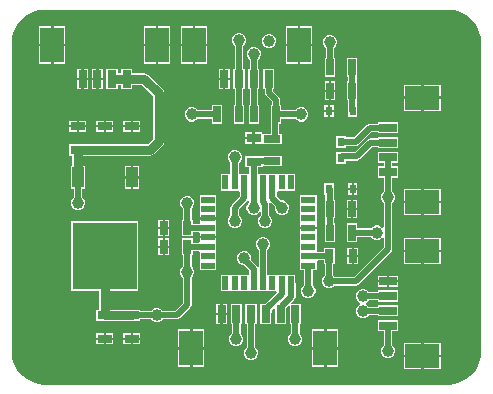
<source format=gbr>
%TF.GenerationSoftware,Altium Limited,Altium Designer,23.11.1 (41)*%
G04 Layer_Physical_Order=1*
G04 Layer_Color=255*
%FSLAX45Y45*%
%MOMM*%
%TF.SameCoordinates,EE14C10C-1293-43E7-8F5D-FAE76E51A431*%
%TF.FilePolarity,Positive*%
%TF.FileFunction,Copper,L1,Top,Signal*%
%TF.Part,Single*%
G01*
G75*
%TA.AperFunction,SMDPad,CuDef*%
%ADD10R,0.50000X1.20000*%
%ADD11R,1.20000X0.50000*%
%ADD12R,1.00000X1.75000*%
%ADD13R,5.50000X5.70000*%
%ADD14R,0.60000X0.80000*%
%ADD15R,0.70000X1.40000*%
%ADD16R,2.00000X3.00000*%
%ADD17R,0.75000X1.50000*%
%ADD18R,3.00000X2.00000*%
%ADD19R,1.50000X0.75000*%
%ADD20R,1.20000X0.75000*%
%ADD21R,0.75000X1.20000*%
%ADD22R,1.40000X0.70000*%
%TA.AperFunction,Conductor*%
%ADD23C,0.50000*%
%ADD24C,0.75000*%
%TA.AperFunction,ViaPad*%
%ADD25C,5.00000*%
%ADD26C,1.00000*%
G36*
X11656158Y11282335D02*
X11692532Y11272589D01*
X11727321Y11258178D01*
X11759929Y11239352D01*
X11789803Y11216429D01*
X11816429Y11189803D01*
X11839352Y11159930D01*
X11858179Y11127319D01*
X11872589Y11092531D01*
X11882335Y11056159D01*
X11887250Y11018828D01*
Y11000000D01*
Y8400000D01*
Y8381172D01*
X11882335Y8343842D01*
X11872589Y8307468D01*
X11858178Y8272679D01*
X11839352Y8240070D01*
X11816429Y8210197D01*
X11789803Y8183571D01*
X11759929Y8160648D01*
X11727319Y8141821D01*
X11692531Y8127411D01*
X11656159Y8117665D01*
X11618828Y8112750D01*
X8181172D01*
X8143840Y8117665D01*
X8107468Y8127411D01*
X8072679Y8141821D01*
X8040070Y8160648D01*
X8010197Y8183571D01*
X7983571Y8210197D01*
X7960648Y8240070D01*
X7941821Y8272680D01*
X7927411Y8307469D01*
X7917665Y8343841D01*
X7912750Y8381172D01*
Y8406800D01*
X7912750Y11000075D01*
X7912755Y11018900D01*
X7917678Y11056224D01*
X7927430Y11092588D01*
X7941844Y11127367D01*
X7960675Y11159969D01*
X7983597Y11189833D01*
X8010224Y11216452D01*
X8040094Y11239367D01*
X8072701Y11258189D01*
X8107483Y11272594D01*
X8143849Y11282336D01*
X8181176Y11287250D01*
X11618828D01*
X11656158Y11282335D01*
D02*
G37*
%LPC*%
G36*
X8367500Y11150000D02*
X8267501D01*
Y11000000D01*
X8367500D01*
Y11150000D01*
D02*
G37*
G36*
X9252500D02*
X9152501D01*
Y11000000D01*
X9252500D01*
Y11150000D01*
D02*
G37*
G36*
X10452500D02*
X10352500D01*
Y11000000D01*
X10452500D01*
Y11150000D01*
D02*
G37*
G36*
X9567500D02*
X9467500D01*
Y11000000D01*
X9567500D01*
Y11150000D01*
D02*
G37*
G36*
X10332500D02*
X10232500D01*
Y11000000D01*
X10332500D01*
Y11150000D01*
D02*
G37*
G36*
X9447500D02*
X9347500D01*
Y11000000D01*
X9447500D01*
Y11150000D01*
D02*
G37*
G36*
X8247501D02*
X8147500D01*
Y11000000D01*
X8247501D01*
Y11150000D01*
D02*
G37*
G36*
X9132501D02*
X9032500D01*
Y11000000D01*
X9132501D01*
Y11150000D01*
D02*
G37*
G36*
X10102768Y11084168D02*
X10078898D01*
X10056846Y11075033D01*
X10039967Y11058155D01*
X10030833Y11036102D01*
Y11012233D01*
X10039967Y10990180D01*
X10056846Y10973302D01*
X10078898Y10964168D01*
X10102768D01*
X10124820Y10973302D01*
X10141699Y10990180D01*
X10150833Y11012233D01*
Y11036102D01*
X10141699Y11058155D01*
X10124820Y11075033D01*
X10102768Y11084168D01*
D02*
G37*
G36*
X10452500Y10980000D02*
X10352500D01*
Y10830000D01*
X10452500D01*
Y10980000D01*
D02*
G37*
G36*
X10332500D02*
X10232500D01*
Y10830000D01*
X10332500D01*
Y10980000D01*
D02*
G37*
G36*
X9567500D02*
X9467500D01*
Y10830000D01*
X9567500D01*
Y10980000D01*
D02*
G37*
G36*
X9447500D02*
X9347500D01*
Y10830000D01*
X9447500D01*
Y10980000D01*
D02*
G37*
G36*
X9252500D02*
X9152501D01*
Y10830000D01*
X9252500D01*
Y10980000D01*
D02*
G37*
G36*
X9132501D02*
X9032500D01*
Y10830000D01*
X9132501D01*
Y10980000D01*
D02*
G37*
G36*
X8367500D02*
X8267501D01*
Y10830000D01*
X8367500D01*
Y10980000D01*
D02*
G37*
G36*
X8247501D02*
X8147500D01*
Y10830000D01*
X8247501D01*
Y10980000D01*
D02*
G37*
G36*
X8935000Y10785000D02*
X8840000D01*
Y10748431D01*
X8810000D01*
Y10785000D01*
X8715000D01*
Y10704679D01*
X8714069Y10700000D01*
X8715000Y10695321D01*
Y10615000D01*
X8810000D01*
Y10651569D01*
X8840000D01*
Y10615000D01*
X8935000D01*
Y10651569D01*
X9015740D01*
X9108269Y10559040D01*
Y10192761D01*
X9063940Y10148431D01*
X8471500D01*
X8466822Y10147500D01*
X8401500D01*
Y10052500D01*
X8423070D01*
Y9964000D01*
X8411500D01*
Y9769000D01*
X8435814D01*
Y9702466D01*
X8420635Y9687287D01*
X8411500Y9665234D01*
Y9641365D01*
X8420635Y9619312D01*
X8437513Y9602434D01*
X8459566Y9593300D01*
X8483435D01*
X8505487Y9602434D01*
X8522366Y9619312D01*
X8531500Y9641365D01*
Y9665234D01*
X8522366Y9687287D01*
X8507186Y9702466D01*
Y9769000D01*
X8531500D01*
Y9964000D01*
X8519931D01*
Y10051569D01*
X9084000D01*
X9102534Y10055256D01*
X9118246Y10065755D01*
X9190946Y10138454D01*
X9201444Y10154166D01*
X9205131Y10172700D01*
Y10579100D01*
X9201444Y10597634D01*
X9190946Y10613346D01*
X9070046Y10734245D01*
X9054334Y10744744D01*
X9035800Y10748431D01*
X8935000D01*
Y10785000D01*
D02*
G37*
G36*
X10618435Y11073201D02*
X10594565D01*
X10572513Y11064066D01*
X10555634Y11047188D01*
X10546500Y11025135D01*
Y11001266D01*
X10555634Y10979213D01*
X10570814Y10964034D01*
Y10880000D01*
X10561500D01*
Y10720000D01*
X10651500D01*
Y10880000D01*
X10642186D01*
Y10964034D01*
X10657366Y10979213D01*
X10666500Y11001266D01*
Y11025135D01*
X10657366Y11047188D01*
X10640487Y11064066D01*
X10618435Y11073201D01*
D02*
G37*
G36*
X8560000Y10785000D02*
X8522500D01*
Y10710000D01*
X8560000D01*
Y10785000D01*
D02*
G37*
G36*
X9760000D02*
X9722499D01*
Y10710000D01*
X9760000D01*
Y10785000D01*
D02*
G37*
G36*
X8685000D02*
X8647499D01*
Y10710000D01*
X8685000D01*
Y10785000D01*
D02*
G37*
G36*
X8627499D02*
X8590000D01*
Y10710000D01*
X8627499D01*
Y10785000D01*
D02*
G37*
G36*
X9702500D02*
X9665000D01*
Y10710000D01*
X9702500D01*
Y10785000D01*
D02*
G37*
G36*
X8502500D02*
X8465000D01*
Y10710000D01*
X8502500D01*
Y10785000D01*
D02*
G37*
G36*
X9760000Y10690000D02*
X9722499D01*
Y10615000D01*
X9760000D01*
Y10690000D01*
D02*
G37*
G36*
X9702500D02*
X9665000D01*
Y10615000D01*
X9702500D01*
Y10690000D01*
D02*
G37*
G36*
X8685000D02*
X8647499D01*
Y10615000D01*
X8685000D01*
Y10690000D01*
D02*
G37*
G36*
X8627499D02*
X8590000D01*
Y10615000D01*
X8627499D01*
Y10690000D01*
D02*
G37*
G36*
X8560000D02*
X8522500D01*
Y10615000D01*
X8560000D01*
Y10690000D01*
D02*
G37*
G36*
X8502500D02*
X8465000D01*
Y10615000D01*
X8502500D01*
Y10690000D01*
D02*
G37*
G36*
X10651500Y10680000D02*
X10616500D01*
Y10610000D01*
X10651500D01*
Y10680000D01*
D02*
G37*
G36*
X10596500D02*
X10561500D01*
Y10610000D01*
X10596500D01*
Y10680000D01*
D02*
G37*
G36*
X11550000Y10652500D02*
X11400000D01*
Y10552499D01*
X11550000D01*
Y10652500D01*
D02*
G37*
G36*
X11380000D02*
X11230000D01*
Y10552499D01*
X11380000D01*
Y10652500D01*
D02*
G37*
G36*
X10651500Y10590000D02*
X10616500D01*
Y10520000D01*
X10651500D01*
Y10590000D01*
D02*
G37*
G36*
X10596500D02*
X10561500D01*
Y10520000D01*
X10596500D01*
Y10590000D01*
D02*
G37*
G36*
X10640000Y10480000D02*
X10609999D01*
Y10440000D01*
X10640000D01*
Y10480000D01*
D02*
G37*
G36*
X10589999D02*
X10560000D01*
Y10440000D01*
X10589999D01*
Y10480000D01*
D02*
G37*
G36*
X9695500D02*
X9605500D01*
Y10435686D01*
X9486466D01*
X9471287Y10450866D01*
X9449234Y10460000D01*
X9425365D01*
X9403312Y10450866D01*
X9386434Y10433987D01*
X9377300Y10411935D01*
Y10388065D01*
X9386434Y10366013D01*
X9403312Y10349134D01*
X9425365Y10340000D01*
X9449234D01*
X9471287Y10349134D01*
X9486466Y10364314D01*
X9605500D01*
Y10320000D01*
X9695500D01*
Y10480000D01*
D02*
G37*
G36*
X11550000Y10532499D02*
X11400000D01*
Y10432500D01*
X11550000D01*
Y10532499D01*
D02*
G37*
G36*
X11380000D02*
X11230000D01*
Y10432500D01*
X11380000D01*
Y10532499D01*
D02*
G37*
G36*
X10838500Y10880000D02*
X10748500D01*
Y10720000D01*
X10761064D01*
Y10680000D01*
X10748500D01*
Y10520000D01*
X10761064D01*
Y10480000D01*
X10760000D01*
Y10380000D01*
X10840000D01*
Y10480000D01*
X10832436D01*
Y10520000D01*
X10838500D01*
Y10680000D01*
X10832436D01*
Y10720000D01*
X10838500D01*
Y10880000D01*
D02*
G37*
G36*
X10640000Y10420000D02*
X10609999D01*
Y10380000D01*
X10640000D01*
Y10420000D01*
D02*
G37*
G36*
X10589999D02*
X10560000D01*
Y10380000D01*
X10589999D01*
Y10420000D01*
D02*
G37*
G36*
X10135000Y10785000D02*
X10040000D01*
Y10615000D01*
X10055147D01*
Y10584767D01*
X10057864Y10571111D01*
X10065599Y10559533D01*
X10113814Y10511319D01*
Y10480000D01*
X10104500D01*
Y10393449D01*
X10103814Y10390000D01*
Y10238499D01*
X10042700D01*
X10040000Y10238500D01*
X10030000Y10245017D01*
Y10247500D01*
X9970000D01*
Y10200000D01*
Y10152500D01*
X10028958Y10152499D01*
X10040000Y10148499D01*
X10041043Y10148500D01*
X10200000D01*
Y10238499D01*
X10175185D01*
Y10320000D01*
X10194500D01*
Y10364314D01*
X10313534D01*
X10328713Y10349134D01*
X10350766Y10340000D01*
X10374635D01*
X10396688Y10349134D01*
X10413566Y10366013D01*
X10422701Y10388065D01*
Y10411935D01*
X10413566Y10433987D01*
X10396688Y10450866D01*
X10374635Y10460000D01*
X10350766D01*
X10328713Y10450866D01*
X10313534Y10435686D01*
X10194500D01*
Y10480000D01*
X10185186D01*
Y10526100D01*
X10182469Y10539756D01*
X10174734Y10551334D01*
X10126519Y10599549D01*
Y10615000D01*
X10135000D01*
Y10785000D01*
D02*
G37*
G36*
X9974435Y10973201D02*
X9950565D01*
X9928513Y10964066D01*
X9911634Y10947188D01*
X9902500Y10925135D01*
Y10901266D01*
X9911634Y10879213D01*
X9926814Y10864034D01*
Y10785000D01*
X9915000D01*
Y10615000D01*
X9926814D01*
Y10480000D01*
X9917500D01*
Y10320000D01*
X10007500D01*
Y10480000D01*
X9998186D01*
Y10615000D01*
X10010000D01*
Y10785000D01*
X9998186D01*
Y10864034D01*
X10013366Y10879213D01*
X10022500Y10901266D01*
Y10925135D01*
X10013366Y10947188D01*
X9996487Y10964066D01*
X9974435Y10973201D01*
D02*
G37*
G36*
X9849435Y11087501D02*
X9825565D01*
X9803513Y11078366D01*
X9786634Y11061488D01*
X9777500Y11039435D01*
Y11015566D01*
X9786634Y10993513D01*
X9801814Y10978334D01*
Y10785000D01*
X9790000D01*
Y10615000D01*
X9801814D01*
Y10480000D01*
X9792500D01*
Y10320000D01*
X9882500D01*
Y10480000D01*
X9873186D01*
Y10615000D01*
X9885000D01*
Y10785000D01*
X9873186D01*
Y10978334D01*
X9888366Y10993513D01*
X9897500Y11015566D01*
Y11039435D01*
X9888366Y11061488D01*
X9871487Y11078366D01*
X9849435Y11087501D01*
D02*
G37*
G36*
X8998500Y10347500D02*
X8938500D01*
Y10310001D01*
X8998500D01*
Y10347500D01*
D02*
G37*
G36*
X8541500D02*
X8481500D01*
Y10310001D01*
X8541500D01*
Y10347500D01*
D02*
G37*
G36*
X8918500D02*
X8858500D01*
Y10310001D01*
X8918500D01*
Y10347500D01*
D02*
G37*
G36*
X8461500D02*
X8401500D01*
Y10310001D01*
X8461500D01*
Y10347500D01*
D02*
G37*
G36*
X8770000D02*
X8709999D01*
Y10310001D01*
X8770000D01*
Y10347500D01*
D02*
G37*
G36*
X8689999D02*
X8630000D01*
Y10310001D01*
X8689999D01*
Y10347500D01*
D02*
G37*
G36*
X8998500Y10290001D02*
X8938500D01*
Y10252500D01*
X8998500D01*
Y10290001D01*
D02*
G37*
G36*
X8918500D02*
X8858500D01*
Y10252500D01*
X8918500D01*
Y10290001D01*
D02*
G37*
G36*
X8770000Y10290001D02*
X8709999D01*
Y10252500D01*
X8770000D01*
Y10290001D01*
D02*
G37*
G36*
X8689999D02*
X8630000D01*
Y10252500D01*
X8689999D01*
Y10290001D01*
D02*
G37*
G36*
X8541500Y10290001D02*
X8481500D01*
Y10252500D01*
X8541500D01*
Y10290001D01*
D02*
G37*
G36*
X8461500D02*
X8401500D01*
Y10252500D01*
X8461500D01*
Y10290001D01*
D02*
G37*
G36*
X11184999Y10335000D02*
X11015000D01*
Y10323186D01*
X10942500D01*
X10928844Y10320469D01*
X10917266Y10312734D01*
X10810218Y10205686D01*
X10740000D01*
Y10220000D01*
X10660000D01*
Y10120000D01*
X10740000D01*
Y10134314D01*
X10825000D01*
X10838656Y10137031D01*
X10850233Y10144766D01*
X10957281Y10251814D01*
X11015000D01*
Y10240000D01*
X11184999D01*
Y10335000D01*
D02*
G37*
G36*
X9950000Y10247500D02*
X9890000D01*
Y10210000D01*
X9950000D01*
Y10247500D01*
D02*
G37*
G36*
Y10190000D02*
X9890000D01*
Y10152500D01*
X9950000D01*
Y10190000D01*
D02*
G37*
G36*
X11184999Y10210000D02*
X11015000D01*
Y10198186D01*
X10949900D01*
X10936244Y10195469D01*
X10924666Y10187734D01*
X10817619Y10080686D01*
X10705000D01*
X10701551Y10080000D01*
X10660000D01*
Y9980000D01*
X10740000D01*
Y10009314D01*
X10832400D01*
X10846057Y10012031D01*
X10857634Y10019767D01*
X10964682Y10126814D01*
X11015000D01*
Y10115000D01*
X11184999D01*
Y10210000D01*
D02*
G37*
G36*
X8988500Y9964000D02*
X8938501D01*
Y9876500D01*
X8988500D01*
Y9964000D01*
D02*
G37*
G36*
X8918501D02*
X8868500D01*
Y9876500D01*
X8918501D01*
Y9964000D01*
D02*
G37*
G36*
X10840000Y9820000D02*
X10809999D01*
Y9780000D01*
X10840000D01*
Y9820000D01*
D02*
G37*
G36*
X10790000D02*
X10760000D01*
Y9780000D01*
X10790000D01*
Y9820000D01*
D02*
G37*
G36*
X8988500Y9856500D02*
X8938501D01*
Y9769000D01*
X8988500D01*
Y9856500D01*
D02*
G37*
G36*
X8918501D02*
X8868500D01*
Y9769000D01*
X8918501D01*
Y9856500D01*
D02*
G37*
G36*
X9811935Y10098200D02*
X9788065D01*
X9766013Y10089066D01*
X9749134Y10072188D01*
X9740000Y10050135D01*
Y10026266D01*
X9749134Y10004213D01*
X9764314Y9989033D01*
Y9903174D01*
X9755000Y9895000D01*
X9751614Y9895000D01*
X9685000D01*
Y9755000D01*
X9752300D01*
X9755000Y9755000D01*
X9765000D01*
X9767700Y9755000D01*
X9831614D01*
X9835000Y9755000D01*
X9844314Y9746826D01*
Y9705810D01*
X9774766Y9636262D01*
X9767031Y9624685D01*
X9764314Y9611029D01*
Y9546666D01*
X9749134Y9531486D01*
X9740000Y9509434D01*
Y9485564D01*
X9749134Y9463512D01*
X9766013Y9446633D01*
X9788065Y9437499D01*
X9811935D01*
X9833987Y9446633D01*
X9850865Y9463512D01*
X9860000Y9485564D01*
Y9509434D01*
X9850865Y9531486D01*
X9835686Y9546666D01*
Y9596247D01*
X9905234Y9665795D01*
X9911614Y9675345D01*
X9920623Y9674579D01*
X9924314Y9673232D01*
Y9660966D01*
X9909135Y9645786D01*
X9900000Y9623734D01*
Y9599864D01*
X9909135Y9577812D01*
X9926013Y9560933D01*
X9948065Y9551799D01*
X9971935D01*
X9993987Y9560933D01*
X10010014Y9576960D01*
X10014059Y9576577D01*
X10022714Y9573230D01*
Y9546666D01*
X10007534Y9531486D01*
X9998400Y9509434D01*
Y9485564D01*
X10007534Y9463512D01*
X10024413Y9446633D01*
X10046465Y9437499D01*
X10070335D01*
X10092387Y9446633D01*
X10109266Y9463512D01*
X10118400Y9485564D01*
Y9509434D01*
X10109266Y9531486D01*
X10094086Y9546666D01*
Y9641314D01*
X10092106Y9651265D01*
X10103708Y9657624D01*
X10140000Y9621332D01*
Y9599864D01*
X10149134Y9577812D01*
X10166013Y9560933D01*
X10188065Y9551799D01*
X10211935D01*
X10233987Y9560933D01*
X10250865Y9577812D01*
X10260000Y9599864D01*
Y9623734D01*
X10250865Y9645786D01*
X10233987Y9662664D01*
X10211935Y9671799D01*
X10190467D01*
X10155686Y9706580D01*
Y9746826D01*
X10165000Y9755000D01*
X10168386Y9755000D01*
X10232300D01*
X10235000Y9755000D01*
X10245000D01*
X10247700Y9755000D01*
X10315000D01*
Y9895000D01*
X10247700D01*
X10245000Y9895000D01*
X10235000D01*
X10232300Y9895000D01*
X10167700D01*
X10165000Y9895000D01*
X10155000D01*
X10152300Y9895000D01*
X10087700D01*
X10085000Y9895000D01*
X10075000D01*
X10072300Y9895000D01*
X10005000D01*
X9995686Y9903174D01*
Y9952500D01*
X10030000D01*
Y9954982D01*
X10040001Y9961500D01*
X10200000D01*
Y10051500D01*
X10041043D01*
X10040001Y10051500D01*
Y10051500D01*
X10029999Y10047500D01*
X10029999Y10047500D01*
X9890000D01*
Y9952500D01*
X9924314D01*
Y9903173D01*
X9915000Y9895000D01*
X9911614Y9895000D01*
X9848386D01*
X9845000Y9895000D01*
X9835686Y9903173D01*
Y9989033D01*
X9850865Y10004213D01*
X9860000Y10026266D01*
Y10050135D01*
X9850865Y10072188D01*
X9833987Y10089066D01*
X9811935Y10098200D01*
D02*
G37*
G36*
X10840000Y9760000D02*
X10809999D01*
Y9720000D01*
X10840000D01*
Y9760000D01*
D02*
G37*
G36*
X10790000D02*
X10760000D01*
Y9720000D01*
X10790000D01*
Y9760000D01*
D02*
G37*
G36*
X11550000Y9767500D02*
X11400001D01*
Y9667500D01*
X11550000D01*
Y9767500D01*
D02*
G37*
G36*
X11380001D02*
X11230000D01*
Y9667500D01*
X11380001D01*
Y9767500D01*
D02*
G37*
G36*
X10838500Y9680000D02*
X10803499D01*
Y9610000D01*
X10838500D01*
Y9680000D01*
D02*
G37*
G36*
X10783499D02*
X10748500D01*
Y9610000D01*
X10783499D01*
Y9680000D01*
D02*
G37*
G36*
X11550000Y9647500D02*
X11400001D01*
Y9547500D01*
X11550000D01*
Y9647500D01*
D02*
G37*
G36*
X11380001D02*
X11230000D01*
Y9547500D01*
X11380001D01*
Y9647500D01*
D02*
G37*
G36*
X9645000Y9715000D02*
X9505000D01*
Y9647700D01*
X9505000Y9645000D01*
Y9635000D01*
X9505000Y9632300D01*
Y9567700D01*
X9505000Y9565000D01*
Y9555000D01*
X9505000Y9552300D01*
Y9530000D01*
X9645000D01*
Y9552300D01*
X9645000Y9555000D01*
Y9565000D01*
X9645000Y9567700D01*
Y9632300D01*
X9645000Y9635000D01*
Y9645000D01*
X9645000Y9647700D01*
Y9715000D01*
D02*
G37*
G36*
X10838500Y9590000D02*
X10803499D01*
Y9520000D01*
X10838500D01*
Y9590000D01*
D02*
G37*
G36*
X10783499D02*
X10748500D01*
Y9520000D01*
X10783499D01*
Y9590000D01*
D02*
G37*
G36*
X10495000Y9715000D02*
X10355000D01*
Y9647700D01*
X10355000Y9645000D01*
Y9635000D01*
X10355000Y9632300D01*
Y9567700D01*
X10355000Y9565000D01*
Y9555000D01*
X10355000Y9552300D01*
Y9487700D01*
X10355000Y9485000D01*
Y9475000D01*
X10355000Y9472300D01*
Y9450000D01*
X10495000D01*
Y9472300D01*
X10495000Y9475000D01*
Y9485000D01*
X10495000Y9487700D01*
Y9552300D01*
X10495000Y9555000D01*
Y9565000D01*
X10495000Y9567700D01*
Y9632300D01*
X10495000Y9635000D01*
Y9645000D01*
X10495000Y9647700D01*
Y9715000D01*
D02*
G37*
G36*
X9247500Y9510000D02*
X9210000D01*
Y9450000D01*
X9247500D01*
Y9510000D01*
D02*
G37*
G36*
X9190000D02*
X9152500D01*
Y9450000D01*
X9190000D01*
Y9510000D01*
D02*
G37*
G36*
X11184999Y10085000D02*
X11015000D01*
Y9990000D01*
X11064314D01*
Y9960000D01*
X11015000D01*
Y9865000D01*
X11064314D01*
Y9748466D01*
X11049134Y9733287D01*
X11040000Y9711234D01*
Y9687365D01*
X11049134Y9665312D01*
X11064314Y9650132D01*
Y9445200D01*
X11051614Y9439939D01*
X11040687Y9450866D01*
X11018635Y9460000D01*
X10994765D01*
X10972713Y9450866D01*
X10957533Y9435686D01*
X10838499D01*
Y9480000D01*
X10748499D01*
Y9320000D01*
X10838499D01*
Y9364314D01*
X10957533D01*
X10972713Y9349134D01*
X10994765Y9340000D01*
X11018635D01*
X11040687Y9349134D01*
X11051614Y9360061D01*
X11064314Y9354800D01*
Y9273281D01*
X10813518Y9022485D01*
X10649167D01*
X10635686Y9035966D01*
Y9130000D01*
X10647500D01*
Y9270000D01*
X10552500D01*
Y9235685D01*
X10503174D01*
X10495000Y9245000D01*
X10495000Y9248386D01*
Y9312300D01*
X10495000Y9315000D01*
Y9325000D01*
X10495000Y9327700D01*
Y9392299D01*
X10495000Y9395000D01*
Y9405000D01*
X10495000Y9407700D01*
Y9430000D01*
X10355000D01*
Y9407700D01*
X10355000Y9405000D01*
Y9395000D01*
X10355000Y9392299D01*
Y9327700D01*
X10355000Y9325000D01*
Y9315000D01*
X10355000Y9312300D01*
Y9247700D01*
X10355000Y9245000D01*
Y9235000D01*
X10355000Y9232300D01*
Y9167700D01*
X10355000Y9165000D01*
Y9155000D01*
X10355000Y9152299D01*
Y9085000D01*
X10389314D01*
Y8955966D01*
X10374134Y8940786D01*
X10365000Y8918734D01*
Y8894864D01*
X10374134Y8872812D01*
X10391013Y8855934D01*
X10413065Y8846799D01*
X10436935D01*
X10458987Y8855934D01*
X10475866Y8872812D01*
X10485000Y8894864D01*
Y8918734D01*
X10475866Y8940786D01*
X10460686Y8955966D01*
Y9085000D01*
X10495000D01*
Y9151614D01*
X10495000Y9155000D01*
X10503174Y9164314D01*
X10552500D01*
Y9130000D01*
X10564314D01*
Y9035966D01*
X10549134Y9020786D01*
X10540000Y8998734D01*
Y8974864D01*
X10549134Y8952812D01*
X10566013Y8935934D01*
X10588065Y8926799D01*
X10611935D01*
X10633987Y8935934D01*
X10649167Y8951113D01*
X10828299D01*
X10841955Y8953830D01*
X10853533Y8961566D01*
X11125233Y9233266D01*
X11132969Y9244843D01*
X11135685Y9258500D01*
Y9650132D01*
X11150865Y9665312D01*
X11160000Y9687365D01*
Y9711234D01*
X11150865Y9733287D01*
X11135685Y9748466D01*
Y9865000D01*
X11184999D01*
Y9960000D01*
X11135685D01*
Y9990000D01*
X11184999D01*
Y10085000D01*
D02*
G37*
G36*
X9411935Y9713200D02*
X9388065D01*
X9366013Y9704066D01*
X9349134Y9687188D01*
X9340000Y9665135D01*
Y9641266D01*
X9349134Y9619213D01*
X9364314Y9604033D01*
Y9510000D01*
X9352500D01*
Y9370000D01*
X9447500D01*
Y9404314D01*
X9496826D01*
X9505000Y9395000D01*
X9505000Y9391614D01*
Y9370000D01*
X9645000D01*
Y9392299D01*
X9645000Y9395000D01*
Y9405000D01*
X9645000Y9407700D01*
Y9472300D01*
X9645000Y9475000D01*
Y9485000D01*
X9645000Y9487700D01*
Y9510000D01*
X9505000D01*
Y9488386D01*
X9505000Y9485000D01*
X9496827Y9475685D01*
X9447500D01*
Y9510000D01*
X9435686D01*
Y9604033D01*
X9450866Y9619213D01*
X9460000Y9641266D01*
Y9665135D01*
X9450866Y9687188D01*
X9433987Y9704066D01*
X9411935Y9713200D01*
D02*
G37*
G36*
X9247500Y9430000D02*
X9210000D01*
Y9370000D01*
X9247500D01*
Y9430000D01*
D02*
G37*
G36*
X9190000D02*
X9152500D01*
Y9370000D01*
X9190000D01*
Y9430000D01*
D02*
G37*
G36*
X10640000Y9820000D02*
X10560000D01*
Y9720000D01*
X10567564D01*
Y9680000D01*
X10561500D01*
Y9520000D01*
X10567564D01*
Y9480000D01*
X10561500D01*
Y9320000D01*
X10651499D01*
Y9480000D01*
X10638935D01*
Y9520000D01*
X10651500D01*
Y9680000D01*
X10638935D01*
Y9720000D01*
X10640000D01*
Y9820000D01*
D02*
G37*
G36*
X9247500Y9350000D02*
X9210000D01*
Y9290000D01*
X9247500D01*
Y9350000D01*
D02*
G37*
G36*
X9190000D02*
X9152500D01*
Y9290000D01*
X9190000D01*
Y9350000D01*
D02*
G37*
G36*
X11550000Y9352500D02*
X11400000D01*
Y9252500D01*
X11550000D01*
Y9352500D01*
D02*
G37*
G36*
X11380000D02*
X11230000D01*
Y9252500D01*
X11380000D01*
Y9352500D01*
D02*
G37*
G36*
X10847500Y9270000D02*
X10809999D01*
Y9210000D01*
X10847500D01*
Y9270000D01*
D02*
G37*
G36*
X9247500D02*
X9210000D01*
Y9210000D01*
X9247500D01*
Y9270000D01*
D02*
G37*
G36*
X9190000D02*
X9152500D01*
Y9210000D01*
X9190000D01*
Y9270000D01*
D02*
G37*
G36*
X10790000D02*
X10752500D01*
Y9210000D01*
X10790000D01*
Y9270000D01*
D02*
G37*
G36*
X11550000Y9232500D02*
X11400000D01*
Y9132500D01*
X11550000D01*
Y9232500D01*
D02*
G37*
G36*
X11380000D02*
X11230000D01*
Y9132500D01*
X11380000D01*
Y9232500D01*
D02*
G37*
G36*
X10847500Y9190000D02*
X10809999D01*
Y9130000D01*
X10847500D01*
Y9190000D01*
D02*
G37*
G36*
X10790000D02*
X10752500D01*
Y9130000D01*
X10790000D01*
Y9190000D01*
D02*
G37*
G36*
X10051935Y9362500D02*
X10028065D01*
X10006013Y9353366D01*
X9989134Y9336488D01*
X9980000Y9314435D01*
Y9290566D01*
X9989134Y9268513D01*
X10004314Y9253334D01*
Y9112467D01*
X10000626Y9111121D01*
X9991614Y9110355D01*
X9985234Y9119904D01*
X9936741Y9168397D01*
X9940000Y9176266D01*
Y9200135D01*
X9930866Y9222188D01*
X9913987Y9239066D01*
X9891935Y9248200D01*
X9868065D01*
X9846013Y9239066D01*
X9829135Y9222188D01*
X9820000Y9200135D01*
Y9176266D01*
X9829135Y9154213D01*
X9846013Y9137335D01*
X9868065Y9128201D01*
X9876003D01*
X9924314Y9079889D01*
Y9053173D01*
X9915000Y9045000D01*
X9911614Y9045000D01*
X9847700D01*
X9845000Y9045000D01*
X9835000D01*
X9832300Y9045000D01*
X9767700D01*
X9765000Y9045000D01*
X9755000D01*
X9752300Y9045000D01*
X9685000D01*
Y8905000D01*
X9752300D01*
X9755000Y8905000D01*
X9765000D01*
X9767700Y8905000D01*
X9832300D01*
X9835000Y8905000D01*
X9845000D01*
X9847700Y8905000D01*
X9912300D01*
X9915000Y8905000D01*
X9925000D01*
X9927700Y8905000D01*
X9992300D01*
X9995000Y8905000D01*
X10005000D01*
X10007700Y8905000D01*
X10072300D01*
X10075000Y8905000D01*
X10085000D01*
X10087700Y8905000D01*
X10153531Y8905000D01*
X10161473Y8894981D01*
X10060993Y8794501D01*
X10016460D01*
Y8624501D01*
X10111460D01*
Y8718553D01*
X10112146Y8722001D01*
Y8744719D01*
X10129727Y8762300D01*
X10141460Y8757440D01*
Y8624501D01*
X10236460D01*
Y8718553D01*
X10237146Y8722001D01*
Y8764279D01*
X10254727Y8781860D01*
X10266460Y8776999D01*
Y8624501D01*
X10278274D01*
Y8545467D01*
X10263095Y8530287D01*
X10253960Y8508235D01*
Y8484365D01*
X10263095Y8462313D01*
X10279973Y8445434D01*
X10302025Y8436300D01*
X10325895D01*
X10347947Y8445434D01*
X10364826Y8462313D01*
X10373960Y8484365D01*
Y8508235D01*
X10364826Y8530287D01*
X10349646Y8545467D01*
Y8624501D01*
X10361460D01*
Y8794501D01*
X10283961D01*
X10279101Y8806234D01*
X10305234Y8832366D01*
X10312969Y8843944D01*
X10315686Y8857600D01*
Y8975000D01*
X10315000Y8978447D01*
Y9045000D01*
X10245001D01*
Y9045000D01*
X10235000D01*
Y9045000D01*
X10167700D01*
X10165000Y9045000D01*
X10155000D01*
X10152300Y9045000D01*
X10088386D01*
X10085000Y9045000D01*
X10075686Y9053173D01*
Y9253334D01*
X10090866Y9268513D01*
X10100000Y9290566D01*
Y9314435D01*
X10090866Y9336488D01*
X10073987Y9353366D01*
X10051935Y9362500D01*
D02*
G37*
G36*
X8985000Y9495000D02*
X8415000D01*
Y8905000D01*
X8651569D01*
Y8747500D01*
X8630000D01*
Y8652500D01*
X8695321D01*
X8700000Y8651569D01*
X8928500D01*
X8933179Y8652500D01*
X8998500D01*
Y8664314D01*
X9092534D01*
X9107714Y8649135D01*
X9129766Y8640000D01*
X9153636D01*
X9175688Y8649135D01*
X9190868Y8664314D01*
X9309600D01*
X9323256Y8667031D01*
X9334834Y8674766D01*
X9425234Y8765166D01*
X9432969Y8776744D01*
X9435686Y8790400D01*
Y9017632D01*
X9450866Y9032812D01*
X9460000Y9054864D01*
Y9078734D01*
X9450866Y9100786D01*
X9435686Y9115966D01*
Y9210000D01*
X9447500D01*
Y9244314D01*
X9496827D01*
X9505000Y9235000D01*
X9505000Y9231614D01*
Y9167700D01*
X9505000Y9165000D01*
Y9155000D01*
X9505000Y9152299D01*
Y9085000D01*
X9645000D01*
Y9152299D01*
X9645000Y9155000D01*
Y9165000D01*
X9645000Y9167700D01*
Y9232300D01*
X9645000Y9235000D01*
Y9245000D01*
X9645000Y9247700D01*
Y9312300D01*
X9645000Y9315000D01*
Y9325000D01*
X9645000Y9327700D01*
Y9350000D01*
X9505000D01*
Y9328386D01*
X9505000Y9325000D01*
X9496827Y9315685D01*
X9447500D01*
Y9350000D01*
X9352500D01*
Y9210000D01*
X9364314D01*
Y9115966D01*
X9349134Y9100786D01*
X9340000Y9078734D01*
Y9054864D01*
X9349134Y9032812D01*
X9364314Y9017632D01*
Y8805182D01*
X9294819Y8735686D01*
X9190868D01*
X9175688Y8750866D01*
X9153636Y8760000D01*
X9129766D01*
X9107714Y8750866D01*
X9092534Y8735686D01*
X8998500D01*
Y8747500D01*
X8933179D01*
X8928500Y8748431D01*
X8748431D01*
Y8905000D01*
X8985000D01*
Y9495000D01*
D02*
G37*
G36*
X11184999Y9035000D02*
X11109999D01*
Y8997500D01*
X11184999D01*
Y9035000D01*
D02*
G37*
G36*
X11089999D02*
X11015000D01*
Y8997500D01*
X11089999D01*
Y9035000D01*
D02*
G37*
G36*
X11184999Y8977500D02*
X11109999D01*
Y8940000D01*
X11184999D01*
Y8977500D01*
D02*
G37*
G36*
X11089999D02*
X11015000D01*
Y8940000D01*
X11089999D01*
Y8977500D01*
D02*
G37*
G36*
X10898734Y8922500D02*
X10874864D01*
X10852812Y8913365D01*
X10835933Y8896487D01*
X10826799Y8874435D01*
Y8850565D01*
X10835933Y8828513D01*
X10852812Y8811634D01*
X10864306Y8806873D01*
Y8793127D01*
X10852812Y8788365D01*
X10835933Y8771487D01*
X10826799Y8749435D01*
Y8725565D01*
X10835933Y8703513D01*
X10852812Y8686634D01*
X10874864Y8677500D01*
X10898734D01*
X10920786Y8686634D01*
X10935966Y8701814D01*
X11015000D01*
Y8690000D01*
X11184999D01*
Y8785000D01*
X11015000D01*
Y8773186D01*
X10935966D01*
X10920786Y8788365D01*
X10909291Y8793127D01*
Y8806873D01*
X10920786Y8811634D01*
X10935966Y8826814D01*
X11015000D01*
Y8815000D01*
X11184999D01*
Y8910000D01*
X11015000D01*
Y8898186D01*
X10935966D01*
X10920786Y8913365D01*
X10898734Y8922500D01*
D02*
G37*
G36*
X9736460Y8794501D02*
X9698960D01*
Y8719501D01*
X9736460D01*
Y8794501D01*
D02*
G37*
G36*
X9678960D02*
X9641460D01*
Y8719501D01*
X9678960D01*
Y8794501D01*
D02*
G37*
G36*
X9736460Y8699501D02*
X9698960D01*
Y8624501D01*
X9736460D01*
Y8699501D01*
D02*
G37*
G36*
X9678960D02*
X9641460D01*
Y8624501D01*
X9678960D01*
Y8699501D01*
D02*
G37*
G36*
X8770000Y8547500D02*
X8710000D01*
Y8510001D01*
X8770000D01*
Y8547500D01*
D02*
G37*
G36*
X8690000D02*
X8630000D01*
Y8510001D01*
X8690000D01*
Y8547500D01*
D02*
G37*
G36*
X8998500D02*
X8938501D01*
Y8510000D01*
X8998500D01*
Y8547500D01*
D02*
G37*
G36*
X8918501D02*
X8858500D01*
Y8510000D01*
X8918501D01*
Y8547500D01*
D02*
G37*
G36*
X8998500Y8490000D02*
X8938501D01*
Y8452500D01*
X8998500D01*
Y8490000D01*
D02*
G37*
G36*
X8918501D02*
X8858500D01*
Y8452500D01*
X8918501D01*
Y8490000D01*
D02*
G37*
G36*
X8770000Y8490001D02*
X8710000D01*
Y8452500D01*
X8770000D01*
Y8490001D01*
D02*
G37*
G36*
X8690000D02*
X8630000D01*
Y8452500D01*
X8690000D01*
Y8490001D01*
D02*
G37*
G36*
X9861460Y8794501D02*
X9766460D01*
Y8624501D01*
X9778274D01*
Y8545467D01*
X9763095Y8530287D01*
X9753960Y8508235D01*
Y8484365D01*
X9763095Y8462313D01*
X9779973Y8445434D01*
X9802025Y8436300D01*
X9825895D01*
X9847947Y8445434D01*
X9864826Y8462313D01*
X9873960Y8484365D01*
Y8508235D01*
X9864826Y8530287D01*
X9849646Y8545467D01*
Y8624501D01*
X9861460D01*
Y8794501D01*
D02*
G37*
G36*
X10678960Y8579501D02*
X10578960D01*
Y8429501D01*
X10678960D01*
Y8579501D01*
D02*
G37*
G36*
X10558960D02*
X10458960D01*
Y8429501D01*
X10558960D01*
Y8579501D01*
D02*
G37*
G36*
X9543960D02*
X9443960D01*
Y8429501D01*
X9543960D01*
Y8579501D01*
D02*
G37*
G36*
X9423960D02*
X9323960D01*
Y8429501D01*
X9423960D01*
Y8579501D01*
D02*
G37*
G36*
X11550000Y8467500D02*
X11400000D01*
Y8367500D01*
X11550000D01*
Y8467500D01*
D02*
G37*
G36*
X11380000D02*
X11230000D01*
Y8367500D01*
X11380000D01*
Y8467500D01*
D02*
G37*
G36*
X11184999Y8660000D02*
X11015000D01*
Y8565000D01*
X11064314D01*
Y8448466D01*
X11049134Y8433286D01*
X11040000Y8411234D01*
Y8387364D01*
X11049134Y8365312D01*
X11066012Y8348434D01*
X11088065Y8339299D01*
X11111934D01*
X11133987Y8348434D01*
X11150865Y8365312D01*
X11160000Y8387364D01*
Y8411234D01*
X11150865Y8433286D01*
X11135685Y8448466D01*
Y8565000D01*
X11184999D01*
Y8660000D01*
D02*
G37*
G36*
X9986460Y8794501D02*
X9891460D01*
Y8624501D01*
X9903274D01*
Y8431167D01*
X9888095Y8415987D01*
X9878960Y8393935D01*
Y8370065D01*
X9888095Y8348013D01*
X9904973Y8331134D01*
X9927025Y8322000D01*
X9950895D01*
X9972947Y8331134D01*
X9989826Y8348013D01*
X9998960Y8370065D01*
Y8393935D01*
X9989826Y8415987D01*
X9974646Y8431167D01*
Y8624501D01*
X9986460D01*
Y8794501D01*
D02*
G37*
G36*
X10678960Y8409501D02*
X10578960D01*
Y8259501D01*
X10678960D01*
Y8409501D01*
D02*
G37*
G36*
X10558960D02*
X10458960D01*
Y8259501D01*
X10558960D01*
Y8409501D01*
D02*
G37*
G36*
X9543960D02*
X9443960D01*
Y8259501D01*
X9543960D01*
Y8409501D01*
D02*
G37*
G36*
X9423960D02*
X9323960D01*
Y8259501D01*
X9423960D01*
Y8409501D01*
D02*
G37*
G36*
X11550000Y8347500D02*
X11400000D01*
Y8247500D01*
X11550000D01*
Y8347500D01*
D02*
G37*
G36*
X11380000D02*
X11230000D01*
Y8247500D01*
X11380000D01*
Y8347500D01*
D02*
G37*
%LPD*%
D10*
X9720000Y9825000D02*
D03*
X9800000D02*
D03*
X9880000D02*
D03*
X9960000D02*
D03*
X10040000D02*
D03*
X10120000D02*
D03*
X10200000D02*
D03*
X10280000D02*
D03*
Y8975000D02*
D03*
X10200000D02*
D03*
X10120000D02*
D03*
X10040000D02*
D03*
X9960000D02*
D03*
X9880000D02*
D03*
X9800000D02*
D03*
X9720000D02*
D03*
D11*
X10425000Y9680000D02*
D03*
Y9600000D02*
D03*
Y9520000D02*
D03*
Y9440000D02*
D03*
Y9360000D02*
D03*
Y9280000D02*
D03*
Y9200000D02*
D03*
Y9120000D02*
D03*
X9575000D02*
D03*
Y9200000D02*
D03*
Y9280000D02*
D03*
Y9360000D02*
D03*
Y9440000D02*
D03*
Y9520000D02*
D03*
Y9600000D02*
D03*
Y9680000D02*
D03*
D12*
X8928500Y9866500D02*
D03*
X8471500D02*
D03*
D13*
X8700000Y9200000D02*
D03*
D14*
X10800000Y9770000D02*
D03*
X10600000D02*
D03*
X10700000Y10030000D02*
D03*
X10600000Y10430000D02*
D03*
X10800000D02*
D03*
X10700000Y10170000D02*
D03*
D15*
X10793500Y9600000D02*
D03*
X10606500D02*
D03*
X9837500Y10400000D02*
D03*
X9650500D02*
D03*
X9962500D02*
D03*
X10149500D02*
D03*
X10793500Y10800000D02*
D03*
X10606500D02*
D03*
X10606499Y9400000D02*
D03*
X10793499D02*
D03*
X10606500Y10600000D02*
D03*
X10793500D02*
D03*
D16*
X10568960Y8419501D02*
D03*
X9433960D02*
D03*
X9142500Y10990000D02*
D03*
X8257500D02*
D03*
X10342500D02*
D03*
X9457500D02*
D03*
D17*
X10313960Y8709501D02*
D03*
X10063960D02*
D03*
X10188960D02*
D03*
X9938960D02*
D03*
X9688960D02*
D03*
X9813960D02*
D03*
X8762500Y10700000D02*
D03*
X8887500D02*
D03*
X8637500D02*
D03*
X8512500D02*
D03*
X9962500D02*
D03*
X10087500D02*
D03*
X9837500D02*
D03*
X9712500D02*
D03*
D18*
X11390000Y8357500D02*
D03*
Y9242500D02*
D03*
Y9657500D02*
D03*
Y10542500D02*
D03*
D19*
X11100000Y8737500D02*
D03*
Y8612500D02*
D03*
Y8862500D02*
D03*
Y8987500D02*
D03*
Y10037500D02*
D03*
Y9912500D02*
D03*
Y10162500D02*
D03*
Y10287500D02*
D03*
D20*
X8928500Y10100000D02*
D03*
Y10300000D02*
D03*
X8700000Y10100000D02*
D03*
Y10300000D02*
D03*
X8471500Y10100000D02*
D03*
Y10300000D02*
D03*
X8928500Y8700000D02*
D03*
Y8500000D02*
D03*
X8700000Y8700000D02*
D03*
Y8500000D02*
D03*
X9960000Y10000000D02*
D03*
Y10200000D02*
D03*
D21*
X9400000Y9280000D02*
D03*
X9200000D02*
D03*
X9400000Y9440000D02*
D03*
X9200000D02*
D03*
X10600000Y9200000D02*
D03*
X10800000D02*
D03*
D22*
X10120000Y10006500D02*
D03*
Y10193500D02*
D03*
D23*
X10828299Y8986799D02*
X11100000Y9258500D01*
Y9699299D01*
X10600000Y8986799D02*
X10828299D01*
X9938960Y8382000D02*
Y8709501D01*
X8471500Y9653299D02*
Y9866500D01*
X11100000Y8399299D02*
Y8612500D01*
X10149500Y10400000D02*
X10362701D01*
X9437299D02*
X9650500D01*
X9400000Y9066799D02*
Y9280000D01*
Y8790400D02*
Y9066799D01*
X9309600Y8700000D02*
X9400000Y8790400D01*
X9141701Y8700000D02*
X9309600D01*
X8928500D02*
X9141701D01*
X10606500Y10800000D02*
Y11013201D01*
X9962500Y10700000D02*
Y10913201D01*
X9837500Y10700000D02*
Y11027501D01*
X10129499Y10193500D02*
X10139500Y10203500D01*
X10120000Y10193500D02*
X10129499D01*
X10139500Y10203500D02*
Y10390000D01*
X10149500Y10400000D01*
X11100000Y9912500D02*
Y10037500D01*
Y9699299D02*
Y9912500D01*
X10600000Y8986799D02*
Y9200000D01*
X10313960Y8496300D02*
Y8709501D01*
X9400000Y9440000D02*
Y9653200D01*
X10040000Y9659714D02*
X10058400Y9641314D01*
Y9497499D02*
Y9641314D01*
X10040000Y9659714D02*
Y9825000D01*
X10120000Y9691799D02*
X10200000Y9611799D01*
X9800000Y9497499D02*
Y9611029D01*
X9880000Y9691029D01*
Y9825000D01*
X9960000Y9611799D02*
Y9825000D01*
X10120000Y9691799D02*
Y9825000D01*
X9800000D02*
Y10038200D01*
X10886799Y8737500D02*
X11100000D01*
X10886799Y8862500D02*
X11100000D01*
X10793499Y9400000D02*
X11006700D01*
X10425000Y9200000D02*
X10600000D01*
X10600000Y9200000D01*
X10425000Y8906799D02*
Y9120000D01*
X9880000Y9174670D02*
X9960000Y9094670D01*
Y8975000D02*
Y9094670D01*
X9880000Y9174670D02*
Y9188201D01*
X10040000Y8975000D02*
Y9302501D01*
X9813960Y8496300D02*
Y8709501D01*
X10201460Y8722001D02*
Y8779060D01*
X10188960Y8709501D02*
X10201460Y8722001D01*
X10280000Y8857600D02*
Y8975000D01*
X10201460Y8779060D02*
X10280000Y8857600D01*
X10076460Y8759501D02*
X10200000Y8883041D01*
Y8975000D01*
X10076460Y8722001D02*
Y8759501D01*
X10063960Y8709501D02*
X10076460Y8722001D01*
X10796750Y10433250D02*
Y10796750D01*
Y10433250D02*
X10800000Y10430000D01*
X10793500Y10800000D02*
X10796750Y10796750D01*
X10825000Y10170000D02*
X10942500Y10287500D01*
X10700000Y10170000D02*
X10825000D01*
X10942500Y10287500D02*
X11100000D01*
X10832400Y10045000D02*
X10949900Y10162500D01*
X10705000Y10045000D02*
X10832400D01*
X10949900Y10162500D02*
X11100000D01*
X10700000Y10030000D02*
Y10040000D01*
X10705000Y10045000D01*
X10603250Y9403250D02*
Y9766750D01*
X10600000Y9770000D02*
X10603250Y9766750D01*
Y9403250D02*
X10606499Y9400000D01*
X9960000Y10000000D02*
X9963250Y10003249D01*
X9960000Y9825000D02*
Y10000000D01*
X9963250Y10003249D02*
X10116750D01*
X10120000Y10006500D01*
X10090833Y10584767D02*
X10149500Y10526100D01*
X10090833Y10584767D02*
Y10696667D01*
X10087500Y10700000D02*
X10090833Y10696667D01*
X10149500Y10400000D02*
Y10526100D01*
X9962500Y10400000D02*
Y10700000D01*
X9837500Y10400000D02*
Y10700000D01*
X9400000Y9440000D02*
X9575000D01*
X9400000Y9280000D02*
X9575000D01*
D24*
X8700000Y8700000D02*
Y9200000D01*
Y8700000D02*
X8928500D01*
X9084000Y10100000D02*
X9156700Y10172700D01*
X8928500Y10100000D02*
X9084000D01*
X9156700Y10172700D02*
Y10579100D01*
X9035800Y10700000D02*
X9156700Y10579100D01*
X8887500Y10700000D02*
X9035800D01*
X8471500Y9866500D02*
Y10100000D01*
X8700000D01*
X8928500D01*
X8762500Y10700000D02*
X8887500D01*
D25*
X8200000Y8400000D02*
D03*
X11600000Y11000000D02*
D03*
D26*
X9938960Y8382000D02*
D03*
X8471500Y9653299D02*
D03*
X11100000Y8399299D02*
D03*
X10362701Y10400000D02*
D03*
X9437299D02*
D03*
X9141701Y8700000D02*
D03*
X10606500Y11013201D02*
D03*
X10090833Y11024168D02*
D03*
X9962500Y10913201D02*
D03*
X9837500Y11027501D02*
D03*
X11100000Y9699299D02*
D03*
X10600000Y8986799D02*
D03*
X9400000Y9066799D02*
D03*
Y9653200D02*
D03*
X10058400Y9497499D02*
D03*
X9800000D02*
D03*
X9960000Y9611799D02*
D03*
X10200000D02*
D03*
X9800000Y10038200D02*
D03*
X10886799Y8737500D02*
D03*
Y8862500D02*
D03*
X11006700Y9400000D02*
D03*
X10425000Y8906799D02*
D03*
X10040000Y9302501D02*
D03*
X9880000Y9188201D02*
D03*
X10313960Y8496300D02*
D03*
X9813960D02*
D03*
%TF.MD5,851c08ea7722b3fc9dc8fce8bd1c90da*%
M02*

</source>
